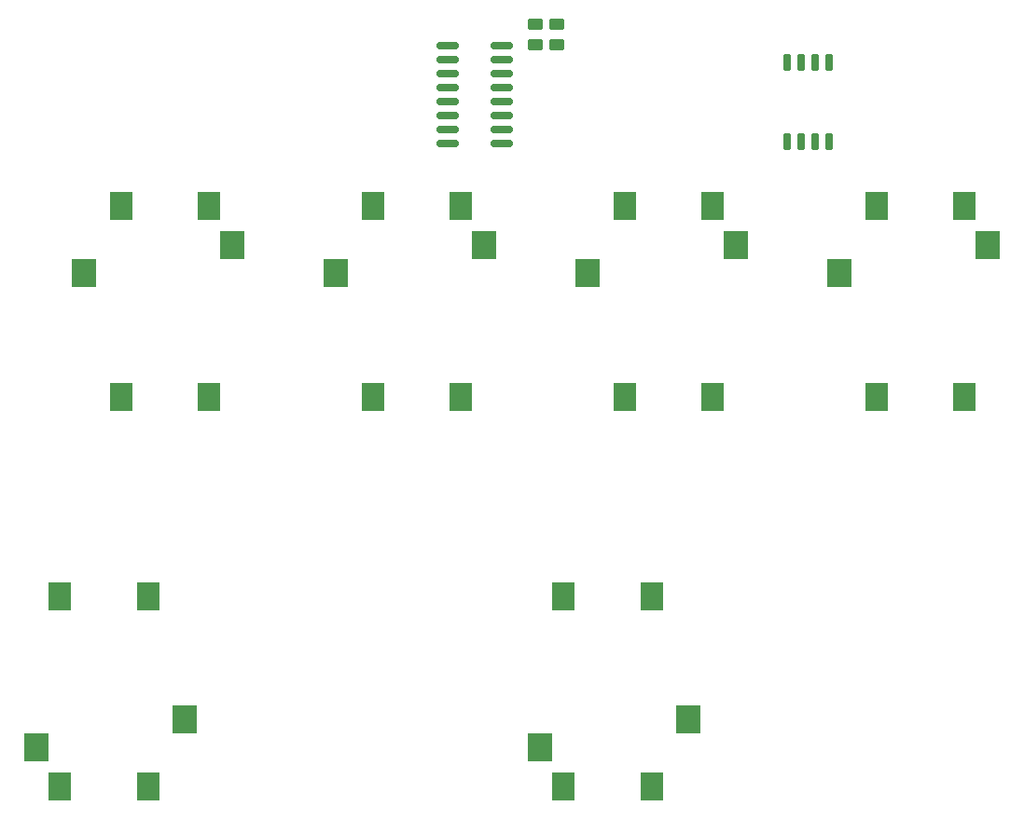
<source format=gbr>
%TF.GenerationSoftware,KiCad,Pcbnew,6.0.10+dfsg-2*%
%TF.CreationDate,2023-01-21T20:21:13+08:00*%
%TF.ProjectId,RKD,524b442e-6b69-4636-9164-5f7063625858,57*%
%TF.SameCoordinates,Original*%
%TF.FileFunction,Paste,Bot*%
%TF.FilePolarity,Positive*%
%FSLAX46Y46*%
G04 Gerber Fmt 4.6, Leading zero omitted, Abs format (unit mm)*
G04 Created by KiCad (PCBNEW 6.0.10+dfsg-2) date 2023-01-21 20:21:13*
%MOMM*%
%LPD*%
G01*
G04 APERTURE LIST*
G04 Aperture macros list*
%AMRoundRect*
0 Rectangle with rounded corners*
0 $1 Rounding radius*
0 $2 $3 $4 $5 $6 $7 $8 $9 X,Y pos of 4 corners*
0 Add a 4 corners polygon primitive as box body*
4,1,4,$2,$3,$4,$5,$6,$7,$8,$9,$2,$3,0*
0 Add four circle primitives for the rounded corners*
1,1,$1+$1,$2,$3*
1,1,$1+$1,$4,$5*
1,1,$1+$1,$6,$7*
1,1,$1+$1,$8,$9*
0 Add four rect primitives between the rounded corners*
20,1,$1+$1,$2,$3,$4,$5,0*
20,1,$1+$1,$4,$5,$6,$7,0*
20,1,$1+$1,$6,$7,$8,$9,0*
20,1,$1+$1,$8,$9,$2,$3,0*%
G04 Aperture macros list end*
%ADD10R,2.032000X2.550000*%
%ADD11R,2.200000X2.500000*%
%ADD12RoundRect,0.150000X-0.150000X0.650000X-0.150000X-0.650000X0.150000X-0.650000X0.150000X0.650000X0*%
%ADD13RoundRect,0.150000X0.825000X0.150000X-0.825000X0.150000X-0.825000X-0.150000X0.825000X-0.150000X0*%
%ADD14RoundRect,0.250000X-0.450000X0.262500X-0.450000X-0.262500X0.450000X-0.262500X0.450000X0.262500X0*%
G04 APERTURE END LIST*
D10*
%TO.C,K2*%
X42570000Y67776126D03*
X34570000Y50494126D03*
X42570000Y50494126D03*
X34570000Y67776126D03*
D11*
X44685000Y64235126D03*
X31195000Y61695126D03*
%TD*%
D10*
%TO.C,K6*%
X6165126Y15064126D03*
X14165126Y32346126D03*
X6165126Y32346126D03*
X14165126Y15064126D03*
D11*
X4050126Y18605126D03*
X17540126Y21145126D03*
%TD*%
D10*
%TO.C,K5*%
X51885126Y15064126D03*
X59885126Y32346126D03*
X51885126Y32346126D03*
X59885126Y15064126D03*
D11*
X49770126Y18605126D03*
X63260126Y21145126D03*
%TD*%
D10*
%TO.C,K4*%
X88290000Y67776126D03*
X80290000Y50494126D03*
X88290000Y50494126D03*
X80290000Y67776126D03*
D11*
X90405000Y64235126D03*
X76915000Y61695126D03*
%TD*%
D10*
%TO.C,K3*%
X65430000Y67776126D03*
X57430000Y50494126D03*
X65430000Y50494126D03*
X57430000Y67776126D03*
D11*
X67545000Y64235126D03*
X54055000Y61695126D03*
%TD*%
D10*
%TO.C,K1*%
X19710000Y67776126D03*
X11710000Y50494126D03*
X19710000Y50494126D03*
X11710000Y67776126D03*
D11*
X21825000Y64235126D03*
X8335000Y61695126D03*
%TD*%
D12*
%TO.C,U1*%
X72156400Y80869326D03*
X73426400Y80869326D03*
X74696400Y80869326D03*
X75966400Y80869326D03*
X75966400Y73669326D03*
X74696400Y73669326D03*
X73426400Y73669326D03*
X72156400Y73669326D03*
%TD*%
D13*
%TO.C,U3*%
X46285000Y82400126D03*
X46285000Y81130126D03*
X46285000Y79860126D03*
X46285000Y78590126D03*
X46285000Y77320126D03*
X46285000Y76050126D03*
X46285000Y74780126D03*
X46285000Y73510126D03*
X41335000Y73510126D03*
X41335000Y74780126D03*
X41335000Y76050126D03*
X41335000Y77320126D03*
X41335000Y78590126D03*
X41335000Y79860126D03*
X41335000Y81130126D03*
X41335000Y82400126D03*
%TD*%
D14*
%TO.C,R12*%
X49372600Y84277826D03*
X49372600Y82452826D03*
%TD*%
%TO.C,R9*%
X51277600Y84277826D03*
X51277600Y82452826D03*
%TD*%
M02*

</source>
